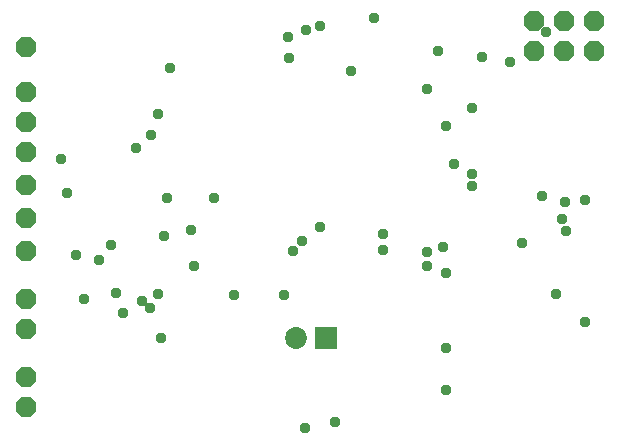
<source format=gbs>
G75*
%MOIN*%
%OFA0B0*%
%FSLAX25Y25*%
%IPPOS*%
%LPD*%
%AMOC8*
5,1,8,0,0,1.08239X$1,22.5*
%
%ADD10C,0.07300*%
%ADD11R,0.07300X0.07300*%
%ADD12OC8,0.06800*%
%ADD13C,0.03778*%
D10*
X0099079Y0043000D03*
D11*
X0108921Y0043000D03*
D12*
X0009000Y0020000D03*
X0009000Y0030000D03*
X0009000Y0046000D03*
X0009000Y0056000D03*
X0009000Y0072000D03*
X0009000Y0083000D03*
X0009000Y0094000D03*
X0009000Y0105000D03*
X0009000Y0115000D03*
X0009000Y0125000D03*
X0009000Y0140000D03*
X0178500Y0138500D03*
X0188500Y0138500D03*
X0198500Y0138500D03*
X0198500Y0148500D03*
X0188500Y0148500D03*
X0178500Y0148500D03*
D13*
X0182500Y0145000D03*
X0170500Y0135000D03*
X0161000Y0136500D03*
X0146500Y0138500D03*
X0142600Y0125800D03*
X0149200Y0113500D03*
X0157600Y0119500D03*
X0151600Y0100900D03*
X0157600Y0097600D03*
X0157600Y0093700D03*
X0181000Y0090400D03*
X0188800Y0088400D03*
X0195400Y0088900D03*
X0187600Y0082600D03*
X0189000Y0078500D03*
X0174400Y0074500D03*
X0185800Y0057700D03*
X0195400Y0048100D03*
X0149200Y0064600D03*
X0142600Y0067000D03*
X0142600Y0071500D03*
X0148000Y0073300D03*
X0128200Y0072400D03*
X0128200Y0077500D03*
X0106900Y0079900D03*
X0101200Y0075100D03*
X0097900Y0071800D03*
X0094900Y0057400D03*
X0078400Y0057400D03*
X0064900Y0067000D03*
X0055000Y0076900D03*
X0064000Y0079000D03*
X0056200Y0089500D03*
X0071800Y0089500D03*
X0045700Y0106300D03*
X0050800Y0110500D03*
X0053200Y0117700D03*
X0057100Y0133000D03*
X0096700Y0136300D03*
X0096400Y0143200D03*
X0102400Y0145600D03*
X0107200Y0146800D03*
X0125000Y0149724D03*
X0117500Y0132000D03*
X0037300Y0073900D03*
X0033400Y0068800D03*
X0025600Y0070600D03*
X0039100Y0058000D03*
X0041500Y0051400D03*
X0047800Y0055300D03*
X0050500Y0052900D03*
X0053200Y0057700D03*
X0054100Y0043000D03*
X0028300Y0055900D03*
X0022600Y0091300D03*
X0020800Y0102700D03*
X0112000Y0014800D03*
X0102100Y0013000D03*
X0148900Y0025600D03*
X0148900Y0039700D03*
M02*

</source>
